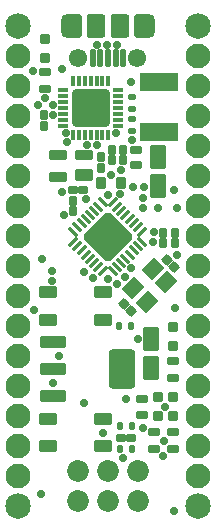
<source format=gts>
G04*
G04 #@! TF.GenerationSoftware,Altium Limited,Altium Designer,21.5.1 (32)*
G04*
G04 Layer_Color=8388736*
%FSLAX44Y44*%
%MOMM*%
G71*
G04*
G04 #@! TF.SameCoordinates,C2353FAA-8F2D-43E4-B4A7-D176906AD12A*
G04*
G04*
G04 #@! TF.FilePolarity,Negative*
G04*
G01*
G75*
G04:AMPARAMS|DCode=15|XSize=3.3mm|YSize=1.6mm|CornerRadius=0.2375mm|HoleSize=0mm|Usage=FLASHONLY|Rotation=0.000|XOffset=0mm|YOffset=0mm|HoleType=Round|Shape=RoundedRectangle|*
%AMROUNDEDRECTD15*
21,1,3.3000,1.1250,0,0,0.0*
21,1,2.8250,1.6000,0,0,0.0*
1,1,0.4750,1.4125,-0.5625*
1,1,0.4750,-1.4125,-0.5625*
1,1,0.4750,-1.4125,0.5625*
1,1,0.4750,1.4125,0.5625*
%
%ADD15ROUNDEDRECTD15*%
G04:AMPARAMS|DCode=16|XSize=0.9mm|YSize=1.5mm|CornerRadius=0.15mm|HoleSize=0mm|Usage=FLASHONLY|Rotation=270.000|XOffset=0mm|YOffset=0mm|HoleType=Round|Shape=RoundedRectangle|*
%AMROUNDEDRECTD16*
21,1,0.9000,1.2000,0,0,270.0*
21,1,0.6000,1.5000,0,0,270.0*
1,1,0.3000,-0.6000,-0.3000*
1,1,0.3000,-0.6000,0.3000*
1,1,0.3000,0.6000,0.3000*
1,1,0.3000,0.6000,-0.3000*
%
%ADD16ROUNDEDRECTD16*%
G04:AMPARAMS|DCode=17|XSize=1.1mm|YSize=1.5mm|CornerRadius=0.175mm|HoleSize=0mm|Usage=FLASHONLY|Rotation=270.000|XOffset=0mm|YOffset=0mm|HoleType=Round|Shape=RoundedRectangle|*
%AMROUNDEDRECTD17*
21,1,1.1000,1.1500,0,0,270.0*
21,1,0.7500,1.5000,0,0,270.0*
1,1,0.3500,-0.5750,-0.3750*
1,1,0.3500,-0.5750,0.3750*
1,1,0.3500,0.5750,0.3750*
1,1,0.3500,0.5750,-0.3750*
%
%ADD17ROUNDEDRECTD17*%
G04:AMPARAMS|DCode=18|XSize=2mm|YSize=1.3mm|CornerRadius=0.2mm|HoleSize=0mm|Usage=FLASHONLY|Rotation=270.000|XOffset=0mm|YOffset=0mm|HoleType=Round|Shape=RoundedRectangle|*
%AMROUNDEDRECTD18*
21,1,2.0000,0.9000,0,0,270.0*
21,1,1.6000,1.3000,0,0,270.0*
1,1,0.4000,-0.4500,-0.8000*
1,1,0.4000,-0.4500,0.8000*
1,1,0.4000,0.4500,0.8000*
1,1,0.4000,0.4500,-0.8000*
%
%ADD18ROUNDEDRECTD18*%
G04:AMPARAMS|DCode=19|XSize=2mm|YSize=1.6mm|CornerRadius=0.2375mm|HoleSize=0mm|Usage=FLASHONLY|Rotation=270.000|XOffset=0mm|YOffset=0mm|HoleType=Round|Shape=RoundedRectangle|*
%AMROUNDEDRECTD19*
21,1,2.0000,1.1250,0,0,270.0*
21,1,1.5250,1.6000,0,0,270.0*
1,1,0.4750,-0.5625,-0.7625*
1,1,0.4750,-0.5625,0.7625*
1,1,0.4750,0.5625,0.7625*
1,1,0.4750,0.5625,-0.7625*
%
%ADD19ROUNDEDRECTD19*%
G04:AMPARAMS|DCode=20|XSize=1.45mm|YSize=0.5mm|CornerRadius=0.1mm|HoleSize=0mm|Usage=FLASHONLY|Rotation=270.000|XOffset=0mm|YOffset=0mm|HoleType=Round|Shape=RoundedRectangle|*
%AMROUNDEDRECTD20*
21,1,1.4500,0.3000,0,0,270.0*
21,1,1.2500,0.5000,0,0,270.0*
1,1,0.2000,-0.1500,-0.6250*
1,1,0.2000,-0.1500,0.6250*
1,1,0.2000,0.1500,0.6250*
1,1,0.2000,0.1500,-0.6250*
%
%ADD20ROUNDEDRECTD20*%
G04:AMPARAMS|DCode=21|XSize=3.2mm|YSize=3.2mm|CornerRadius=0.4375mm|HoleSize=0mm|Usage=FLASHONLY|Rotation=135.000|XOffset=0mm|YOffset=0mm|HoleType=Round|Shape=RoundedRectangle|*
%AMROUNDEDRECTD21*
21,1,3.2000,2.3250,0,0,135.0*
21,1,2.3250,3.2000,0,0,135.0*
1,1,0.8750,0.0000,1.6440*
1,1,0.8750,1.6440,0.0000*
1,1,0.8750,0.0000,-1.6440*
1,1,0.8750,-1.6440,0.0000*
%
%ADD21ROUNDEDRECTD21*%
G04:AMPARAMS|DCode=22|XSize=0.74mm|YSize=0.8mm|CornerRadius=0.13mm|HoleSize=0mm|Usage=FLASHONLY|Rotation=90.000|XOffset=0mm|YOffset=0mm|HoleType=Round|Shape=RoundedRectangle|*
%AMROUNDEDRECTD22*
21,1,0.7400,0.5400,0,0,90.0*
21,1,0.4800,0.8000,0,0,90.0*
1,1,0.2600,0.2700,0.2400*
1,1,0.2600,0.2700,-0.2400*
1,1,0.2600,-0.2700,-0.2400*
1,1,0.2600,-0.2700,0.2400*
%
%ADD22ROUNDEDRECTD22*%
G04:AMPARAMS|DCode=23|XSize=0.74mm|YSize=0.8mm|CornerRadius=0.13mm|HoleSize=0mm|Usage=FLASHONLY|Rotation=180.000|XOffset=0mm|YOffset=0mm|HoleType=Round|Shape=RoundedRectangle|*
%AMROUNDEDRECTD23*
21,1,0.7400,0.5400,0,0,180.0*
21,1,0.4800,0.8000,0,0,180.0*
1,1,0.2600,-0.2400,0.2700*
1,1,0.2600,0.2400,0.2700*
1,1,0.2600,0.2400,-0.2700*
1,1,0.2600,-0.2400,-0.2700*
%
%ADD23ROUNDEDRECTD23*%
G04:AMPARAMS|DCode=24|XSize=1.1mm|YSize=1.55mm|CornerRadius=0.175mm|HoleSize=0mm|Usage=FLASHONLY|Rotation=90.000|XOffset=0mm|YOffset=0mm|HoleType=Round|Shape=RoundedRectangle|*
%AMROUNDEDRECTD24*
21,1,1.1000,1.2000,0,0,90.0*
21,1,0.7500,1.5500,0,0,90.0*
1,1,0.3500,0.6000,0.3750*
1,1,0.3500,0.6000,-0.3750*
1,1,0.3500,-0.6000,-0.3750*
1,1,0.3500,-0.6000,0.3750*
%
%ADD24ROUNDEDRECTD24*%
G04:AMPARAMS|DCode=25|XSize=1mm|YSize=0.7mm|CornerRadius=0.125mm|HoleSize=0mm|Usage=FLASHONLY|Rotation=180.000|XOffset=0mm|YOffset=0mm|HoleType=Round|Shape=RoundedRectangle|*
%AMROUNDEDRECTD25*
21,1,1.0000,0.4500,0,0,180.0*
21,1,0.7500,0.7000,0,0,180.0*
1,1,0.2500,-0.3750,0.2250*
1,1,0.2500,0.3750,0.2250*
1,1,0.2500,0.3750,-0.2250*
1,1,0.2500,-0.3750,-0.2250*
%
%ADD25ROUNDEDRECTD25*%
G04:AMPARAMS|DCode=26|XSize=3.35mm|YSize=2.25mm|CornerRadius=0.3188mm|HoleSize=0mm|Usage=FLASHONLY|Rotation=90.000|XOffset=0mm|YOffset=0mm|HoleType=Round|Shape=RoundedRectangle|*
%AMROUNDEDRECTD26*
21,1,3.3500,1.6125,0,0,90.0*
21,1,2.7125,2.2500,0,0,90.0*
1,1,0.6375,0.8063,1.3563*
1,1,0.6375,0.8063,-1.3563*
1,1,0.6375,-0.8063,-1.3563*
1,1,0.6375,-0.8063,1.3563*
%
%ADD26ROUNDEDRECTD26*%
G04:AMPARAMS|DCode=27|XSize=1mm|YSize=2.25mm|CornerRadius=0.1625mm|HoleSize=0mm|Usage=FLASHONLY|Rotation=90.000|XOffset=0mm|YOffset=0mm|HoleType=Round|Shape=RoundedRectangle|*
%AMROUNDEDRECTD27*
21,1,1.0000,1.9250,0,0,90.0*
21,1,0.6750,2.2500,0,0,90.0*
1,1,0.3250,0.9625,0.3375*
1,1,0.3250,0.9625,-0.3375*
1,1,0.3250,-0.9625,-0.3375*
1,1,0.3250,-0.9625,0.3375*
%
%ADD27ROUNDEDRECTD27*%
G04:AMPARAMS|DCode=28|XSize=1.25mm|YSize=1.5mm|CornerRadius=0mm|HoleSize=0mm|Usage=FLASHONLY|Rotation=135.000|XOffset=0mm|YOffset=0mm|HoleType=Round|Shape=Rectangle|*
%AMROTATEDRECTD28*
4,1,4,0.9723,0.0884,-0.0884,-0.9723,-0.9723,-0.0884,0.0884,0.9723,0.9723,0.0884,0.0*
%
%ADD28ROTATEDRECTD28*%

G04:AMPARAMS|DCode=29|XSize=0.35mm|YSize=1mm|CornerRadius=0.0813mm|HoleSize=0mm|Usage=FLASHONLY|Rotation=135.000|XOffset=0mm|YOffset=0mm|HoleType=Round|Shape=RoundedRectangle|*
%AMROUNDEDRECTD29*
21,1,0.3500,0.8375,0,0,135.0*
21,1,0.1875,1.0000,0,0,135.0*
1,1,0.1625,0.2298,0.3624*
1,1,0.1625,0.3624,0.2298*
1,1,0.1625,-0.2298,-0.3624*
1,1,0.1625,-0.3624,-0.2298*
%
%ADD29ROUNDEDRECTD29*%
G04:AMPARAMS|DCode=30|XSize=0.35mm|YSize=1mm|CornerRadius=0.0813mm|HoleSize=0mm|Usage=FLASHONLY|Rotation=225.000|XOffset=0mm|YOffset=0mm|HoleType=Round|Shape=RoundedRectangle|*
%AMROUNDEDRECTD30*
21,1,0.3500,0.8375,0,0,225.0*
21,1,0.1875,1.0000,0,0,225.0*
1,1,0.1625,-0.3624,0.2298*
1,1,0.1625,-0.2298,0.3624*
1,1,0.1625,0.3624,-0.2298*
1,1,0.1625,0.2298,-0.3624*
%
%ADD30ROUNDEDRECTD30*%
G04:AMPARAMS|DCode=31|XSize=0.4mm|YSize=0.8mm|CornerRadius=0.0875mm|HoleSize=0mm|Usage=FLASHONLY|Rotation=180.000|XOffset=0mm|YOffset=0mm|HoleType=Round|Shape=RoundedRectangle|*
%AMROUNDEDRECTD31*
21,1,0.4000,0.6250,0,0,180.0*
21,1,0.2250,0.8000,0,0,180.0*
1,1,0.1750,-0.1125,0.3125*
1,1,0.1750,0.1125,0.3125*
1,1,0.1750,0.1125,-0.3125*
1,1,0.1750,-0.1125,-0.3125*
%
%ADD31ROUNDEDRECTD31*%
G04:AMPARAMS|DCode=32|XSize=0.4mm|YSize=0.8mm|CornerRadius=0.0875mm|HoleSize=0mm|Usage=FLASHONLY|Rotation=90.000|XOffset=0mm|YOffset=0mm|HoleType=Round|Shape=RoundedRectangle|*
%AMROUNDEDRECTD32*
21,1,0.4000,0.6250,0,0,90.0*
21,1,0.2250,0.8000,0,0,90.0*
1,1,0.1750,0.3125,0.1125*
1,1,0.1750,0.3125,-0.1125*
1,1,0.1750,-0.3125,-0.1125*
1,1,0.1750,-0.3125,0.1125*
%
%ADD32ROUNDEDRECTD32*%
G04:AMPARAMS|DCode=33|XSize=3.25mm|YSize=3.25mm|CornerRadius=0.4438mm|HoleSize=0mm|Usage=FLASHONLY|Rotation=90.000|XOffset=0mm|YOffset=0mm|HoleType=Round|Shape=RoundedRectangle|*
%AMROUNDEDRECTD33*
21,1,3.2500,2.3625,0,0,90.0*
21,1,2.3625,3.2500,0,0,90.0*
1,1,0.8875,1.1812,1.1812*
1,1,0.8875,1.1812,-1.1812*
1,1,0.8875,-1.1812,-1.1812*
1,1,0.8875,-1.1812,1.1812*
%
%ADD33ROUNDEDRECTD33*%
G04:AMPARAMS|DCode=34|XSize=0.6mm|YSize=0.6mm|CornerRadius=0.1125mm|HoleSize=0mm|Usage=FLASHONLY|Rotation=90.000|XOffset=0mm|YOffset=0mm|HoleType=Round|Shape=RoundedRectangle|*
%AMROUNDEDRECTD34*
21,1,0.6000,0.3750,0,0,90.0*
21,1,0.3750,0.6000,0,0,90.0*
1,1,0.2250,0.1875,0.1875*
1,1,0.2250,0.1875,-0.1875*
1,1,0.2250,-0.1875,-0.1875*
1,1,0.2250,-0.1875,0.1875*
%
%ADD34ROUNDEDRECTD34*%
G04:AMPARAMS|DCode=35|XSize=0.9mm|YSize=0.9mm|CornerRadius=0.15mm|HoleSize=0mm|Usage=FLASHONLY|Rotation=180.000|XOffset=0mm|YOffset=0mm|HoleType=Round|Shape=RoundedRectangle|*
%AMROUNDEDRECTD35*
21,1,0.9000,0.6000,0,0,180.0*
21,1,0.6000,0.9000,0,0,180.0*
1,1,0.3000,-0.3000,0.3000*
1,1,0.3000,0.3000,0.3000*
1,1,0.3000,0.3000,-0.3000*
1,1,0.3000,-0.3000,-0.3000*
%
%ADD35ROUNDEDRECTD35*%
G04:AMPARAMS|DCode=36|XSize=1.04mm|YSize=0.9mm|CornerRadius=0.15mm|HoleSize=0mm|Usage=FLASHONLY|Rotation=270.000|XOffset=0mm|YOffset=0mm|HoleType=Round|Shape=RoundedRectangle|*
%AMROUNDEDRECTD36*
21,1,1.0400,0.6000,0,0,270.0*
21,1,0.7400,0.9000,0,0,270.0*
1,1,0.3000,-0.3000,-0.3700*
1,1,0.3000,-0.3000,0.3700*
1,1,0.3000,0.3000,0.3700*
1,1,0.3000,0.3000,-0.3700*
%
%ADD36ROUNDEDRECTD36*%
G04:AMPARAMS|DCode=37|XSize=0.74mm|YSize=0.8mm|CornerRadius=0.13mm|HoleSize=0mm|Usage=FLASHONLY|Rotation=225.000|XOffset=0mm|YOffset=0mm|HoleType=Round|Shape=RoundedRectangle|*
%AMROUNDEDRECTD37*
21,1,0.7400,0.5400,0,0,225.0*
21,1,0.4800,0.8000,0,0,225.0*
1,1,0.2600,-0.3606,0.0212*
1,1,0.2600,-0.0212,0.3606*
1,1,0.2600,0.3606,-0.0212*
1,1,0.2600,0.0212,-0.3606*
%
%ADD37ROUNDEDRECTD37*%
G04:AMPARAMS|DCode=38|XSize=0.65mm|YSize=0.55mm|CornerRadius=0.1063mm|HoleSize=0mm|Usage=FLASHONLY|Rotation=270.000|XOffset=0mm|YOffset=0mm|HoleType=Round|Shape=RoundedRectangle|*
%AMROUNDEDRECTD38*
21,1,0.6500,0.3375,0,0,270.0*
21,1,0.4375,0.5500,0,0,270.0*
1,1,0.2125,-0.1688,-0.2188*
1,1,0.2125,-0.1688,0.2188*
1,1,0.2125,0.1688,0.2188*
1,1,0.2125,0.1688,-0.2188*
%
%ADD38ROUNDEDRECTD38*%
G04:AMPARAMS|DCode=39|XSize=0.65mm|YSize=0.55mm|CornerRadius=0.1063mm|HoleSize=0mm|Usage=FLASHONLY|Rotation=0.000|XOffset=0mm|YOffset=0mm|HoleType=Round|Shape=RoundedRectangle|*
%AMROUNDEDRECTD39*
21,1,0.6500,0.3375,0,0,0.0*
21,1,0.4375,0.5500,0,0,0.0*
1,1,0.2125,0.2188,-0.1688*
1,1,0.2125,-0.2188,-0.1688*
1,1,0.2125,-0.2188,0.1688*
1,1,0.2125,0.2188,0.1688*
%
%ADD39ROUNDEDRECTD39*%
G04:AMPARAMS|DCode=40|XSize=1.35mm|YSize=2.05mm|CornerRadius=0.2063mm|HoleSize=0mm|Usage=FLASHONLY|Rotation=0.000|XOffset=0mm|YOffset=0mm|HoleType=Round|Shape=RoundedRectangle|*
%AMROUNDEDRECTD40*
21,1,1.3500,1.6375,0,0,0.0*
21,1,0.9375,2.0500,0,0,0.0*
1,1,0.4125,0.4688,-0.8188*
1,1,0.4125,-0.4688,-0.8188*
1,1,0.4125,-0.4688,0.8188*
1,1,0.4125,0.4688,0.8188*
%
%ADD40ROUNDEDRECTD40*%
%ADD41O,1.0500X2.0000*%
%ADD42C,1.5500*%
%ADD43C,1.8500*%
%ADD44C,2.1000*%
%ADD45C,0.7000*%
%ADD46C,2.1600*%
D15*
X132250Y371250D02*
D03*
Y329250D02*
D03*
D16*
X46750Y290500D02*
D03*
Y309500D02*
D03*
X68750D02*
D03*
D17*
Y292500D02*
D03*
D18*
X59900Y418500D02*
D03*
X117900D02*
D03*
D19*
X78900D02*
D03*
X98900D02*
D03*
D20*
X75900Y391500D02*
D03*
X82400D02*
D03*
X88900D02*
D03*
X95400D02*
D03*
X101900D02*
D03*
D21*
X88750Y240250D02*
D03*
D22*
X59500Y280250D02*
D03*
X68100D02*
D03*
X100200Y70250D02*
D03*
X108800D02*
D03*
D23*
X59500Y270800D02*
D03*
Y262200D02*
D03*
X145750Y235200D02*
D03*
Y243800D02*
D03*
X135750D02*
D03*
Y235200D02*
D03*
X34500Y334450D02*
D03*
Y343050D02*
D03*
X102000Y313550D02*
D03*
Y304950D02*
D03*
X83000Y307550D02*
D03*
Y298950D02*
D03*
X92500Y313550D02*
D03*
Y304950D02*
D03*
D24*
X84500Y193250D02*
D03*
X38477Y193194D02*
D03*
X84500Y170250D02*
D03*
X38500D02*
D03*
Y63000D02*
D03*
X84500Y86000D02*
D03*
X38500D02*
D03*
X84523Y63056D02*
D03*
D25*
X144250Y120500D02*
D03*
X36000Y380000D02*
D03*
Y365000D02*
D03*
X144250Y135500D02*
D03*
X128000Y75250D02*
D03*
X144000D02*
D03*
X117500Y102750D02*
D03*
Y89750D02*
D03*
X144000Y60250D02*
D03*
X128000D02*
D03*
X113000Y313750D02*
D03*
Y300750D02*
D03*
D26*
X100850Y128250D02*
D03*
D27*
X42250Y105350D02*
D03*
Y128250D02*
D03*
Y151150D02*
D03*
D28*
X110488Y196688D02*
D03*
X121802Y185375D02*
D03*
X138065Y201638D02*
D03*
X126752Y212952D02*
D03*
D29*
X84331Y211082D02*
D03*
X80795Y214617D02*
D03*
X77259Y218153D02*
D03*
X73724Y221688D02*
D03*
X70188Y225224D02*
D03*
X66653Y228759D02*
D03*
X63117Y232295D02*
D03*
X59582Y235831D02*
D03*
X93169Y269418D02*
D03*
X96705Y265883D02*
D03*
X100240Y262347D02*
D03*
X103776Y258812D02*
D03*
X107312Y255276D02*
D03*
X110847Y251740D02*
D03*
X114383Y248205D02*
D03*
X117918Y244669D02*
D03*
D30*
X59582D02*
D03*
X63117Y248205D02*
D03*
X66653Y251740D02*
D03*
X73724Y258812D02*
D03*
X77259Y262347D02*
D03*
X84331Y269418D02*
D03*
X117918Y235831D02*
D03*
X114383Y232295D02*
D03*
X110847Y228759D02*
D03*
X103776Y221688D02*
D03*
X96705Y214617D02*
D03*
X93169Y211082D02*
D03*
X70188Y255276D02*
D03*
X107312Y225224D02*
D03*
X100240Y218153D02*
D03*
X80795Y265883D02*
D03*
D31*
X79250Y326500D02*
D03*
X59250D02*
D03*
X64250D02*
D03*
X69250D02*
D03*
X74250D02*
D03*
X84250D02*
D03*
X89250D02*
D03*
Y372500D02*
D03*
X84250D02*
D03*
X79250D02*
D03*
X74250D02*
D03*
X69250D02*
D03*
X64250D02*
D03*
X59250D02*
D03*
D32*
X97250Y334500D02*
D03*
Y344500D02*
D03*
Y354500D02*
D03*
Y359500D02*
D03*
Y364500D02*
D03*
X51250D02*
D03*
Y359500D02*
D03*
Y354500D02*
D03*
Y349500D02*
D03*
Y344500D02*
D03*
Y339500D02*
D03*
Y334500D02*
D03*
X97250Y349500D02*
D03*
Y339500D02*
D03*
D33*
X74250Y349500D02*
D03*
D34*
X53250Y328500D02*
D03*
D35*
X144272Y163574D02*
D03*
Y147574D02*
D03*
X36000Y408000D02*
D03*
Y392000D02*
D03*
X131000Y88250D02*
D03*
X144000Y88250D02*
D03*
X131000Y104250D02*
D03*
X144000Y104250D02*
D03*
D36*
X83450Y286250D02*
D03*
X100050D02*
D03*
D37*
X138559Y220631D02*
D03*
X144641Y214550D02*
D03*
X102559Y183631D02*
D03*
X108641Y177549D02*
D03*
D38*
X98500Y164750D02*
D03*
X99250Y60750D02*
D03*
X109250D02*
D03*
X109140Y79756D02*
D03*
X99140D02*
D03*
X108500Y164750D02*
D03*
D39*
X109500Y340250D02*
D03*
Y348250D02*
D03*
Y330250D02*
D03*
Y358250D02*
D03*
D40*
X131572Y307906D02*
D03*
Y283406D02*
D03*
X125250Y154000D02*
D03*
Y129500D02*
D03*
D41*
X53900Y418500D02*
D03*
X123900D02*
D03*
D42*
X63900Y391500D02*
D03*
X113900D02*
D03*
D43*
X114300Y16460D02*
D03*
Y41860D02*
D03*
X88900Y16460D02*
D03*
Y41860D02*
D03*
X63500Y16460D02*
D03*
Y41860D02*
D03*
D44*
X165100Y215900D02*
D03*
Y241300D02*
D03*
Y190500D02*
D03*
Y165100D02*
D03*
Y139700D02*
D03*
Y114300D02*
D03*
Y88900D02*
D03*
Y63500D02*
D03*
Y266700D02*
D03*
Y292100D02*
D03*
Y317500D02*
D03*
Y342900D02*
D03*
Y368300D02*
D03*
Y393700D02*
D03*
Y38100D02*
D03*
X13200Y215900D02*
D03*
Y190500D02*
D03*
Y241300D02*
D03*
Y266700D02*
D03*
Y292100D02*
D03*
Y317500D02*
D03*
Y342900D02*
D03*
Y368300D02*
D03*
Y165100D02*
D03*
Y139700D02*
D03*
Y114300D02*
D03*
Y88900D02*
D03*
Y63500D02*
D03*
Y38100D02*
D03*
Y393700D02*
D03*
D45*
X50292Y278130D02*
D03*
X25654Y381000D02*
D03*
X32952Y221451D02*
D03*
X101600Y52781D02*
D03*
X135890Y54356D02*
D03*
X26162Y178562D02*
D03*
X54000Y320500D02*
D03*
X145796Y180086D02*
D03*
X147066Y264414D02*
D03*
X42250Y116078D02*
D03*
X47250Y139250D02*
D03*
X108151Y371250D02*
D03*
X131572Y264414D02*
D03*
X41500Y211328D02*
D03*
X68834Y210820D02*
D03*
X144780Y279654D02*
D03*
X126746Y235712D02*
D03*
X88750Y226250D02*
D03*
X118250Y264500D02*
D03*
X99500Y276750D02*
D03*
X88750Y254250D02*
D03*
X81750Y247250D02*
D03*
X95750Y247250D02*
D03*
X97000Y200000D02*
D03*
X74750Y240250D02*
D03*
X119000Y273500D02*
D03*
X91750Y292750D02*
D03*
X88750Y240250D02*
D03*
X119250Y282250D02*
D03*
X95750Y233250D02*
D03*
X108250Y213750D02*
D03*
X81750Y233250D02*
D03*
X102750Y240250D02*
D03*
X51308Y258572D02*
D03*
X103000Y206500D02*
D03*
X109750Y282750D02*
D03*
X88750Y275250D02*
D03*
X70000Y272000D02*
D03*
X41500Y202750D02*
D03*
X75925Y205165D02*
D03*
X89250Y204750D02*
D03*
X64250Y359500D02*
D03*
X79790Y318000D02*
D03*
X42750Y352000D02*
D03*
X74250Y349500D02*
D03*
X42750Y343000D02*
D03*
X64250Y349500D02*
D03*
X74250Y339500D02*
D03*
X64250Y339500D02*
D03*
X74250Y359500D02*
D03*
X95750Y328000D02*
D03*
X71250Y318000D02*
D03*
X147250Y224500D02*
D03*
X99613Y296905D02*
D03*
X69000Y99750D02*
D03*
X137500Y96266D02*
D03*
X30000Y352000D02*
D03*
X136000Y67500D02*
D03*
X114250Y154000D02*
D03*
X50454Y382250D02*
D03*
X127720Y244210D02*
D03*
X104000Y102750D02*
D03*
X32004Y22606D02*
D03*
X36000Y358000D02*
D03*
X144750Y8000D02*
D03*
X84520Y73750D02*
D03*
X79250Y402750D02*
D03*
X96420D02*
D03*
X87880D02*
D03*
X118500Y78000D02*
D03*
X109500Y322500D02*
D03*
D46*
X165100Y12700D02*
D03*
X12700Y419100D02*
D03*
Y12700D02*
D03*
X165100Y419100D02*
D03*
M02*

</source>
